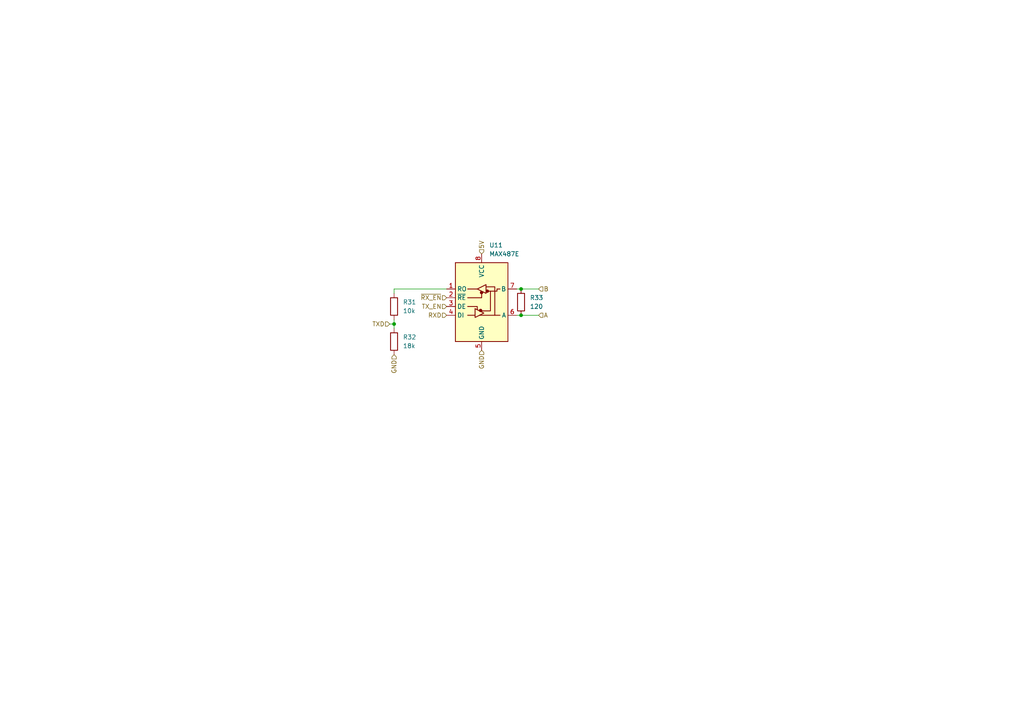
<source format=kicad_sch>
(kicad_sch (version 20231120) (generator "eeschema") (generator_version "8.0")
  (paper "A4")
  (title_block (title "Domoticata main control unit") (date "2024-07-14") (rev "0.1") (company "Davide Scalisi"))
  (lib_symbols
    (symbol "Device:R" (pin_numbers hide) (pin_names (offset 0))
      (property "Reference" "R" (at 2.032 0 90))
      (property "Value" "R" (at 0 0 90))
      (symbol "R_0_1"
        (rectangle (start -1.016 -2.54) (end 1.016 2.54) (stroke (width 0.254)))
      )
      (symbol "R_1_1"
        (pin passive line (at 0 3.81 270) (length 1.27) (name "~") (number "1"))
        (pin passive line (at 0 -3.81 90) (length 1.27) (name "~") (number "2"))
      )
    )
    (symbol "Interface_UART:MAX487E"
      (property "Reference" "U" (at -6.096 11.43 0))
      (property "Value" "MAX487E" (at 0.762 11.43 0))
      (symbol "MAX487E_0_1"
        (rectangle (start -7.62 10.16) (end 7.62 -12.7) (stroke (width 0.254)) (fill (type background)))
        (circle (center -0.3048 -3.683) (radius 0.3556) (stroke (width 0.254)) (fill (type outline)))
        (circle (center -0.0254 1.4986) (radius 0.3556) (stroke (width 0.254)) (fill (type outline)))
        (polyline (pts (xy -4.064 -5.08) (xy -1.905 -5.08)) (stroke (width 0.254)))
        (polyline (pts (xy -4.064 2.54) (xy -1.27 2.54)) (stroke (width 0.254)))
        (polyline (pts (xy -1.27 -3.2004) (xy -1.27 -3.4544)) (stroke (width 0.254)))
        (polyline (pts (xy -0.635 -5.08) (xy 5.334 -5.08)) (stroke (width 0.254)))
        (polyline (pts (xy -4.064 -2.54) (xy -1.27 -2.54) (xy -1.27 -3.175)) (stroke (width 0.254)))
        (polyline (pts (xy 0 1.27) (xy 0 0) (xy -4.064 0)) (stroke (width 0.254)))
        (polyline (pts (xy 1.27 3.175) (xy 3.81 3.175) (xy 3.81 -5.08)) (stroke (width 0.254)))
        (polyline (pts (xy 2.54 1.905) (xy 2.54 -3.81) (xy 0 -3.81)) (stroke (width 0.254)))
        (polyline (pts (xy -1.905 -3.175) (xy -1.905 -5.715) (xy 0.635 -4.445) (xy -1.905 -3.175)) (stroke (width 0.254)))
        (polyline (pts (xy -1.27 2.54) (xy 1.27 3.81) (xy 1.27 1.27) (xy -1.27 2.54)) (stroke (width 0.254)))
        (polyline (pts (xy 1.905 1.905) (xy 4.445 1.905) (xy 4.445 2.54) (xy 5.334 2.54)) (stroke (width 0.254)))
        (rectangle (start 1.27 3.175) (end 1.27 3.175))
        (circle (center 1.651 1.905) (radius 0.3556) (stroke (width 0.254)) (fill (type outline)))
      )
      (symbol "MAX487E_1_1"
        (pin output line (at -10.16 2.54 0) (length 2.54) (name "RO") (number "1"))
        (pin input line (at -10.16 0 0) (length 2.54) (name "~{RE}") (number "2"))
        (pin input line (at -10.16 -2.54 0) (length 2.54) (name "DE") (number "3"))
        (pin input line (at -10.16 -5.08 0) (length 2.54) (name "DI") (number "4"))
        (pin power_in line (at 0 -15.24 90) (length 2.54) (name "GND") (number "5"))
        (pin bidirectional line (at 10.16 -5.08 180) (length 2.54) (name "A") (number "6"))
        (pin bidirectional line (at 10.16 2.54 180) (length 2.54) (name "B") (number "7"))
        (pin power_in line (at 0 12.7 270) (length 2.54) (name "VCC") (number "8"))
      )
    )
  )
  (junction (at 114.3 93.98))
  (junction (at 151.13 83.82))
  (junction (at 151.13 91.44))
  (wire (pts (xy 114.3 93.98) (xy 114.3 95.25)))
  (wire (pts (xy 114.3 83.82) (xy 129.54 83.82)))
  (wire (pts (xy 114.3 92.71) (xy 114.3 93.98)))
  (wire (pts (xy 149.86 91.44) (xy 151.13 91.44)))
  (wire (pts (xy 151.13 83.82) (xy 156.21 83.82)))
  (wire (pts (xy 149.86 83.82) (xy 151.13 83.82)))
  (wire (pts (xy 113.03 93.98) (xy 114.3 93.98)))
  (wire (pts (xy 114.3 85.09) (xy 114.3 83.82)))
  (wire (pts (xy 151.13 91.44) (xy 156.21 91.44)))
  (hierarchical_label "A" (shape input) (at 156.21 91.44 0))
  (hierarchical_label "TX_EN" (shape input) (at 129.54 88.9 180))
  (hierarchical_label "GND" (shape input) (at 139.7 101.6 270))
  (hierarchical_label "5V" (shape input) (at 139.7 73.66 90))
  (hierarchical_label "GND" (shape input) (at 114.3 102.87 270))
  (hierarchical_label "~{RX_EN}" (shape input) (at 129.54 86.36 180))
  (hierarchical_label "TXD" (shape input) (at 113.03 93.98 180))
  (hierarchical_label "B" (shape input) (at 156.21 83.82 0))
  (hierarchical_label "RXD" (shape input) (at 129.54 91.44 180))
  (symbol (lib_id "Device:R") (at 151.13 87.63 0) (unit 1)
    (property "Reference" "R33" (at 153.67 86.3599 0) (effects (justify left)))
    (property "Value" "120" (at 153.67 88.8999 0) (effects (justify left)))
    (property "Description" "Resistor" (effects (hide yes)))
  )
  (symbol (lib_id "Device:R") (at 114.3 88.9 180) (unit 1)
    (property "Reference" "R31" (at 116.84 87.6299 0) (effects (justify right)))
    (property "Value" "10k" (at 116.84 90.1699 0) (effects (justify right)))
    (property "Description" "Resistor" (effects (hide yes)))
  )
  (symbol (lib_id "Interface_UART:MAX487E") (at 139.7 86.36 0) (unit 1)
    (property "Reference" "U11" (at 141.8941 71.12 0) (effects (justify left)))
    (property "Value" "MAX487E" (at 141.8941 73.66 0) (effects (justify left)))
    (property "Footprint" "Package_DIP:DIP-8_W7.62mm_Socket" (effects (hide yes)))
    (property "Datasheet" "https://datasheets.maximintegrated.com/en/ds/MAX1487E-MAX491E.pdf" (effects (hide yes)))
    (property "Description" "Half duplex RS-485/RS-422, 0.25 Mbps, ±15kV electro-static discharge (ESD) protection, with slew-rate, with low-power shutdown, with receiver/driver enable, 128 receiver drive capability, DIP-8 and SOIC-8" (effects (hide yes)))
  )
  (symbol (lib_id "Device:R") (at 114.3 99.06 180) (unit 1)
    (property "Reference" "R32" (at 116.84 97.7899 0) (effects (justify right)))
    (property "Value" "18k" (at 116.84 100.3299 0) (effects (justify right)))
    (property "Description" "Resistor" (effects (hide yes)))
  )
)
</source>
